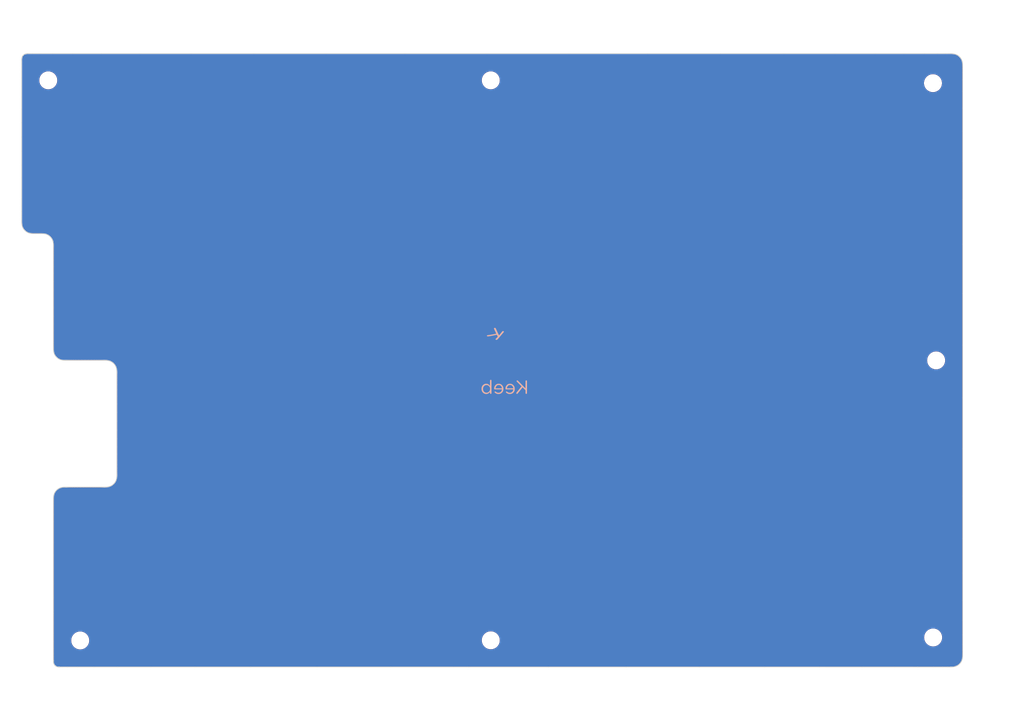
<source format=kicad_pcb>
(kicad_pcb (version 20221018) (generator pcbnew)
  (layers (0 "F.Cu" signal) (31 "B.Cu" signal) (34 "B.Paste" user) (35 "F.Paste" user) (36 "B.SilkS" user "B.Silkscreen") (37 "F.SilkS" user "F.Silkscreen") (38 "B.Mask" user) (39 "F.Mask" user) (44 "Edge.Cuts" user))
  (net 0 "")
  (footprint "Mounting_Holes:MountingHole_2.2mm_M2" (layer "B.Cu") (at 23.55 37.1)
    (fp_text reference "REF**" hide)
    (fp_text value "MountingHole_2.2mm_M2" hide)
    (pad "" np_thru_hole circle (at 0 0) (size 2.2 2.2) (drill 2.2) (layers "*.Cu" "*.Mask"))
  )
  (footprint "Mounting_Holes:MountingHole_2.2mm_M2" (layer "B.Cu") (at 90.025 37.1)
    (fp_text reference "REF**" hide)
    (fp_text value "MountingHole_2.2mm_M2" hide)
    (pad "" np_thru_hole circle (at 0 0) (size 2.2 2.2) (drill 2.2) (layers "*.Cu" "*.Mask"))
  )
  (footprint "Mounting_Holes:MountingHole_2.2mm_M2" (layer "B.Cu") (at 156.45 37.525)
    (fp_text reference "REF**" hide)
    (fp_text value "MountingHole_2.2mm_M2" hide)
    (pad "" np_thru_hole circle (at 0 0) (size 2.2 2.2) (drill 2.2) (layers "*.Cu" "*.Mask"))
  )
  (footprint "Mounting_Holes:MountingHole_2.2mm_M2" (layer "B.Cu") (at 156.925 79.2)
    (fp_text reference "REF**" hide)
    (fp_text value "MountingHole_2.2mm_M2" hide)
    (pad "" np_thru_hole circle (at 0 0) (size 2.2 2.2) (drill 2.2) (layers "*.Cu" "*.Mask"))
  )
  (footprint "Mounting_Holes:MountingHole_2.2mm_M2" (layer "B.Cu") (at 156.475 120.85)
    (fp_text reference "REF**" hide)
    (fp_text value "MountingHole_2.2mm_M2" hide)
    (pad "" np_thru_hole circle (at 0 0) (size 2.2 2.2) (drill 2.2) (layers "*.Cu" "*.Mask"))
  )
  (footprint "Mounting_Holes:MountingHole_2.2mm_M2" (layer "B.Cu") (at 90.025 121.275)
    (fp_text reference "REF**" hide)
    (fp_text value "MountingHole_2.2mm_M2" hide)
    (pad "" np_thru_hole circle (at 0 0) (size 2.2 2.2) (drill 2.2) (layers "*.Cu" "*.Mask"))
  )
  (footprint "Mounting_Holes:MountingHole_2.2mm_M2" (layer "B.Cu") (at 28.35 121.3)
    (fp_text reference "REF**" hide)
    (fp_text value "MountingHole_2.2mm_M2" hide)
    (pad "" np_thru_hole circle (at 0 0) (size 2.2 2.2) (drill 2.2) (layers "*.Cu" "*.Mask"))
  )
  (footprint "Keebio-Art:Keebio-TwoTone" (layer "B.Cu") (at 90.7 78.575 180)
    (fp_text reference "G***" hide)
    (fp_text value "LOGO" hide)
  )
  (gr_line (start 26.229693 79.191668) (end 26.173546 79.191668) (stroke (width 0.1)) (layer "Edge.Cuts"))
  (gr_line (start 21.550934 60.141668) (end 21.520819 60.141668) (stroke (width 0.1)) (layer "Edge.Cuts"))
  (gr_line (start 24.353882 124.699706) (end 24.34132 124.640209) (stroke (width 0.1)) (layer "Edge.Cuts"))
  (gr_line (start 27.946334 125.291701) (end 26.441532 125.291688) (stroke (width 0.1)) (layer "Edge.Cuts"))
  (gr_line (start 21.309162 60.141461) (end 21.223005 60.139829) (stroke (width 0.1)) (layer "Edge.Cuts"))
  (gr_line (start 19.643671 33.541078) (end 19.675385 33.482549) (stroke (width 0.1)) (layer "Edge.Cuts"))
  (gr_line (start 22.332678 60.141668) (end 22.305407 60.141668) (stroke (width 0.1)) (layer "Edge.Cuts"))
  (gr_line (start 22.501951 60.141668) (end 22.444257 60.141668) (stroke (width 0.1)) (layer "Edge.Cuts"))
  (gr_line (start 24.34896 77.816911) (end 24.335633 77.704799) (stroke (width 0.1)) (layer "Edge.Cuts"))
  (gr_line (start 33.829934 96.807295) (end 33.840136 96.698859) (stroke (width 0.1)) (layer "Edge.Cuts"))
  (gr_line (start 160.911855 121.891201) (end 160.911855 122.76438) (stroke (width 0.1)) (layer "Edge.Cuts"))
  (gr_line (start 33.848056 81.026352) (end 33.847961 80.956946) (stroke (width 0.1)) (layer "Edge.Cuts"))
  (gr_line (start 26.408884 98.241668) (end 26.522698 98.241668) (stroke (width 0.1)) (layer "Edge.Cuts"))
  (gr_line (start 22.362793 60.141668) (end 22.332678 60.141668) (stroke (width 0.1)) (layer "Edge.Cuts"))
  (gr_line (start 24.905578 78.822623) (end 24.804367 78.730964) (stroke (width 0.1)) (layer "Edge.Cuts"))
  (gr_line (start 19.560556 56.813655) (end 19.560556 55.995273) (stroke (width 0.1)) (layer "Edge.Cuts"))
  (gr_line (start 31.994671 79.191668) (end 31.938708 79.191668) (stroke (width 0.1)) (layer "Edge.Cuts"))
  (gr_line (start 33.75531 97.16251) (end 33.789046 97.041357) (stroke (width 0.1)) (layer "Edge.Cuts"))
  (gr_line (start 33.834967 80.673181) (end 33.821325 80.560756) (stroke (width 0.1)) (layer "Edge.Cuts"))
  (gr_line (start 32.288242 98.234922) (end 32.395404 98.225611) (stroke (width 0.1)) (layer "Edge.Cuts"))
  (gr_line (start 26.678432 98.241668) (end 26.887363 98.241668) (stroke (width 0.1)) (layer "Edge.Cuts"))
  (gr_line (start 25.43406 98.324573) (end 25.554905 98.293443) (stroke (width 0.1)) (layer "Edge.Cuts"))
  (gr_line (start 24.32306 100.041791) (end 24.323547 99.964798) (stroke (width 0.1)) (layer "Edge.Cuts"))
  (gr_line (start 33.848056 96.300572) (end 33.848056 96.194481) (stroke (width 0.1)) (layer "Edge.Cuts"))
  (gr_line (start 24.710905 78.631307) (end 24.626361 78.524819) (stroke (width 0.1)) (layer "Edge.Cuts"))
  (gr_line (start 160.911855 84.805269) (end 160.911855 92.468475) (stroke (width 0.1)) (layer "Edge.Cuts"))
  (gr_line (start 33.821325 80.560756) (end 33.800488 80.44314) (stroke (width 0.1)) (layer "Edge.Cuts"))
  (gr_line (start 31.771584 98.241668) (end 31.852347 98.241668) (stroke (width 0.1)) (layer "Edge.Cuts"))
  (gr_line (start 25.013371 78.905116) (end 24.905578 78.822623) (stroke (width 0.1)) (layer "Edge.Cuts"))
  (gr_line (start 20.369685 33.093563) (end 20.416064 33.092064) (stroke (width 0.1)) (layer "Edge.Cuts"))
  (gr_line (start 21.018657 60.126199) (end 20.904938 60.111152) (stroke (width 0.1)) (layer "Edge.Cuts"))
  (gr_line (start 45.558286 125.291864) (end 38.960013 125.291803) (stroke (width 0.1)) (layer "Edge.Cuts"))
  (gr_line (start 24.314759 61.67933) (end 24.304282 61.570522) (stroke (width 0.1)) (layer "Edge.Cuts"))
  (gr_line (start 19.560556 45.606655) (end 19.560556 43.47957) (stroke (width 0.1)) (layer "Edge.Cuts"))
  (gr_line (start 24.323056 77.206204) (end 24.323056 77.073763) (stroke (width 0.1)) (layer "Edge.Cuts"))
  (gr_line (start 24.323056 120.286255) (end 24.323056 118.692913) (stroke (width 0.1)) (layer "Edge.Cuts"))
  (gr_line (start 19.712746 33.426275) (end 19.755168 33.372842) (stroke (width 0.1)) (layer "Edge.Cuts"))
  (gr_line (start 24.323056 100.188452) (end 24.323056 100.106804) (stroke (width 0.1)) (layer "Edge.Cuts"))
  (gr_line (start 24.323056 62.078678) (end 24.323056 62.00876) (stroke (width 0.1)) (layer "Edge.Cuts"))
  (gr_line (start 19.560556 54.901579) (end 19.560556 53.491396) (stroke (width 0.1)) (layer "Edge.Cuts"))
  (gr_line (start 26.107969 79.191643) (end 26.028026 79.190879) (stroke (width 0.1)) (layer "Edge.Cuts"))
  (gr_line (start 24.323056 106.517645) (end 24.323056 104.816313) (stroke (width 0.1)) (layer "Edge.Cuts"))
  (gr_line (start 24.33274 124.582715) (end 24.327383 124.528336) (stroke (width 0.1)) (layer "Edge.Cuts"))
  (gr_line (start 24.323056 124.364104) (end 24.323056 124.34031) (stroke (width 0.1)) (layer "Edge.Cuts"))
  (gr_line (start 158.680953 125.292909) (end 157.91962 125.292902) (stroke (width 0.1)) (layer "Edge.Cuts"))
  (gr_line (start 19.906937 33.235452) (end 19.963741 33.199245) (stroke (width 0.1)) (layer "Edge.Cuts"))
  (gr_line (start 160.852844 124.092605) (end 160.819108 124.213759) (stroke (width 0.1)) (layer "Edge.Cuts"))
  (gr_line (start 24.422906 124.879127) (end 24.39399 124.820249) (stroke (width 0.1)) (layer "Edge.Cuts"))
  (gr_line (start 22.660607 60.143507) (end 22.57445 60.141875) (stroke (width 0.1)) (layer "Edge.Cuts"))
  (gr_line (start 24.323056 64.169758) (end 24.323056 63.484859) (stroke (width 0.1)) (layer "Edge.Cuts"))
  (gr_line (start 24.323056 124.29564) (end 24.323056 124.295011) (stroke (width 0.1)) (layer "Edge.Cuts"))
  (gr_line (start 159.933893 125.163671) (end 159.81278 125.206409) (stroke (width 0.1)) (layer "Edge.Cuts"))
  (gr_line (start 24.323056 62.347398) (end 24.323056 62.182398) (stroke (width 0.1)) (layer "Edge.Cuts"))
  (gr_line (start 121.349819 125.292564) (end 110.362558 125.292463) (stroke (width 0.1)) (layer "Edge.Cuts"))
  (gr_line (start 24.323056 118.692913) (end 24.323056 116.838652) (stroke (width 0.1)) (layer "Edge.Cuts"))
  (gr_line (start 28.862923 98.241668) (end 29.356594 98.241668) (stroke (width 0.1)) (layer "Edge.Cuts"))
  (gr_line (start 19.675385 33.482549) (end 19.712746 33.426275) (stroke (width 0.1)) (layer "Edge.Cuts"))
  (gr_line (start 22.105287 60.141668) (end 22.042482 60.141668) (stroke (width 0.1)) (layer "Edge.Cuts"))
  (gr_line (start 160.052944 125.108867) (end 159.933893 125.163671) (stroke (width 0.1)) (layer "Edge.Cuts"))
  (gr_line (start 28.377724 98.241668) (end 28.862923 98.241668) (stroke (width 0.1)) (layer "Edge.Cuts"))
  (gr_line (start 24.323056 124.277166) (end 24.323056 124.203383) (stroke (width 0.1)) (layer "Edge.Cuts"))
  (gr_line (start 22.208934 60.141668) (end 22.161624 60.141668) (stroke (width 0.1)) (layer "Edge.Cuts"))
  (gr_line (start 19.560556 34.013968) (end 19.560595 33.979321) (stroke (width 0.1)) (layer "Edge.Cuts"))
  (gr_line (start 160.911855 38.761405) (end 160.911855 41.279153) (stroke (width 0.1)) (layer "Edge.Cuts"))
  (gr_line (start 160.911854 123.486001) (end 160.911471 123.561598) (stroke (width 0.1)) (layer "Edge.Cuts"))
  (gr_line (start 24.324489 124.478187) (end 24.323301 124.43338) (stroke (width 0.1)) (layer "Edge.Cuts"))
  (gr_line (start 26.325716 98.241668) (end 26.408884 98.241668) (stroke (width 0.1)) (layer "Edge.Cuts"))
  (gr_line (start 22.398929 60.141668) (end 22.362793 60.141668) (stroke (width 0.1)) (layer "Edge.Cuts"))
  (gr_line (start 30.294186 98.241668) (end 30.700529 98.241668) (stroke (width 0.1)) (layer "Edge.Cuts"))
  (gr_line (start 29.356594 98.241668) (end 29.839945 98.241668) (stroke (width 0.1)) (layer "Edge.Cuts"))
  (gr_line (start 33.847672 96.510354) (end 33.848055 96.434757) (stroke (width 0.1)) (layer "Edge.Cuts"))
  (gr_line (start 24.323547 99.964798) (end 24.325933 99.874843) (stroke (width 0.1)) (layer "Edge.Cuts"))
  (gr_line (start 24.52352 99.069903) (end 24.593324 98.955694) (stroke (width 0.1)) (layer "Edge.Cuts"))
  (gr_line (start 25.832919 79.181156) (end 25.722226 79.169149) (stroke (width 0.1)) (layer "Edge.Cuts"))
  (gr_line (start 33.848056 81.089526) (end 33.848056 81.026352) (stroke (width 0.1)) (layer "Edge.Cuts"))
  (gr_line (start 25.153371 125.290828) (end 25.10502 125.288637) (stroke (width 0.1)) (layer "Edge.Cuts"))
  (gr_line (start 19.560556 34.326723) (end 19.560556 34.14691) (stroke (width 0.1)) (layer "Edge.Cuts"))
  (gr_line (start 86.730226 125.292244) (end 74.994157 125.292136) (stroke (width 0.1)) (layer "Edge.Cuts"))
  (gr_line (start 156.482888 125.292889) (end 154.141628 125.292867) (stroke (width 0.1)) (layer "Edge.Cuts"))
  (gr_line (start 24.323056 73.739075) (end 24.323056 72.585814) (stroke (width 0.1)) (layer "Edge.Cuts"))
  (gr_line (start 22.288287 33.091668) (end 24.22849 33.091668) (stroke (width 0.1)) (layer "Edge.Cuts"))
  (gr_line (start 54.445157 33.091668) (end 65.311784 33.091668) (stroke (width 0.1)) (layer "Edge.Cuts"))
  (gr_line (start 23.976583 60.751874) (end 23.887216 60.648824) (stroke (width 0.1)) (layer "Edge.Cuts"))
  (gr_line (start 160.168315 125.042032) (end 160.052944 125.108867) (stroke (width 0.1)) (layer "Edge.Cuts"))
  (gr_line (start 23.887216 60.648824) (end 23.789543 60.553217) (stroke (width 0.1)) (layer "Edge.Cuts"))
  (gr_line (start 26.287466 79.191668) (end 26.229693 79.191668) (stroke (width 0.1)) (layer "Edge.Cuts"))
  (gr_line (start 32.443289 79.21345) (end 32.332937 79.201738) (stroke (width 0.1)) (layer "Edge.Cuts"))
  (gr_line (start 159.623327 33.131881) (end 159.743219 33.158557) (stroke (width 0.1)) (layer "Edge.Cuts"))
  (gr_line (start 160.102647 33.302799) (end 160.21609 33.374419) (stroke (width 0.1)) (layer "Edge.Cuts"))
  (gr_line (start 24.398499 78.054805) (end 24.369407 77.934325) (stroke (width 0.1)) (layer "Edge.Cuts"))
  (gr_line (start 160.794932 34.101272) (end 160.834731 34.222565) (stroke (width 0.1)) (layer "Edge.Cuts"))
  (gr_line (start 33.653843 97.401964) (end 33.710682 97.283431) (stroke (width 0.1)) (layer "Edge.Cuts"))
  (gr_line (start 24.304282 61.570522) (end 24.28741 61.45535) (stroke (width 0.1)) (layer "Edge.Cuts"))
  (gr_line (start 21.84113 60.141668) (end 21.778325 60.141668) (stroke (width 0.1)) (layer "Edge.Cuts"))
  (gr_line (start 31.580295 79.191668) (end 31.400677 79.191668) (stroke (width 0.1)) (layer "Edge.Cuts"))
  (gr_line (start 77.131342 33.091667) (end 89.433152 33.091667) (stroke (width 0.1)) (layer "Edge.Cuts"))
  (gr_line (start 23.218022 60.226363) (end 23.097108 60.194752) (stroke (width 0.1)) (layer "Edge.Cuts"))
  (gr_line (start 160.911855 34.926799) (end 160.911855 35.032885) (stroke (width 0.1)) (layer "Edge.Cuts"))
  (gr_line (start 160.885124 34.460755) (end 160.898766 34.57318) (stroke (width 0.1)) (layer "Edge.Cuts"))
  (gr_line (start 24.323056 121.557308) (end 24.323056 120.286255) (stroke (width 0.1)) (layer "Edge.Cuts"))
  (gr_line (start 33.840136 96.698859) (end 33.84554 96.599133) (stroke (width 0.1)) (layer "Edge.Cuts"))
  (gr_line (start 160.877211 123.973454) (end 160.852844 124.092605) (stroke (width 0.1)) (layer "Edge.Cuts"))
  (gr_line (start 24.323133 77.422633) (end 24.323056 77.353913) (stroke (width 0.1)) (layer "Edge.Cuts"))
  (gr_line (start 158.996018 125.292912) (end 158.680953 125.292909) (stroke (width 0.1)) (layer "Edge.Cuts"))
  (gr_line (start 24.323056 77.353913) (end 24.323056 77.290428) (stroke (width 0.1)) (layer "Edge.Cuts"))
  (gr_line (start 160.717639 124.453214) (end 160.648938 124.567868) (stroke (width 0.1)) (layer "Edge.Cuts"))
  (gr_line (start 157.130183 33.091667) (end 158.289981 33.091667) (stroke (width 0.1)) (layer "Edge.Cuts"))
  (gr_line (start 24.384944 99.430115) (end 24.419684 99.308885) (stroke (width 0.1)) (layer "Edge.Cuts"))
  (gr_line (start 33.104525 97.990781) (end 33.215037 97.913056) (stroke (width 0.1)) (layer "Edge.Cuts"))
  (gr_line (start 160.911855 35.317473) (end 160.911855 35.93248) (stroke (width 0.1)) (layer "Edge.Cuts"))
  (gr_line (start 29.564966 79.191668) (end 29.073397 79.191668) (stroke (width 0.1)) (layer "Edge.Cuts"))
  (gr_line (start 150.66671 125.292835) (end 145.829002 125.29279) (stroke (width 0.1)) (layer "Edge.Cuts"))
  (gr_line (start 160.911855 111.184373) (end 160.911855 115.247026) (stroke (width 0.1)) (layer "Edge.Cuts"))
  (gr_line (start 160.911855 115.247026) (end 160.911855 118.284439) (stroke (width 0.1)) (layer "Edge.Cuts"))
  (gr_line (start 19.996396 59.634512) (end 19.907029 59.531462) (stroke (width 0.1)) (layer "Edge.Cuts"))
  (gr_line (start 24.323056 114.805305) (end 24.323056 112.6747) (stroke (width 0.1)) (layer "Edge.Cuts"))
  (gr_line (start 31.306976 98.241668) (end 31.510174 98.241668) (stroke (width 0.1)) (layer "Edge.Cuts"))
  (gr_line (start 33.800488 80.44314) (end 33.770932 80.322567) (stroke (width 0.1)) (layer "Edge.Cuts"))
  (gr_line (start 33.848056 82.245767) (end 33.848056 81.810876) (stroke (width 0.1)) (layer "Edge.Cuts"))
  (gr_line (start 159.459188 125.276859) (end 159.352025 125.286169) (stroke (width 0.1)) (layer "Edge.Cuts"))
  (gr_line (start 20.262621 33.102967) (end 20.318164 33.096943) (stroke (width 0.1)) (layer "Edge.Cuts"))
  (gr_line (start 27.160764 98.241668) (end 27.507899 98.241668) (stroke (width 0.1)) (layer "Edge.Cuts"))
  (gr_line (start 24.323056 123.72313) (end 24.323056 123.23483) (stroke (width 0.1)) (layer "Edge.Cuts"))
  (gr_line (start 24.323056 116.838652) (end 24.323056 114.805305) (stroke (width 0.1)) (layer "Edge.Cuts"))
  (gr_line (start 24.327902 77.600225) (end 24.324243 77.505424) (stroke (width 0.1)) (layer "Edge.Cuts"))
  (gr_line (start 26.760324 79.191668) (end 26.583295 79.191668) (stroke (width 0.1)) (layer "Edge.Cuts"))
  (gr_line (start 24.673712 98.84665) (end 24.763515 98.743938) (stroke (width 0.1)) (layer "Edge.Cuts"))
  (gr_line (start 24.323058 124.39503) (end 24.323056 124.364104) (stroke (width 0.1)) (layer "Edge.Cuts"))
  (gr_line (start 33.319523 97.825609) (end 33.416814 97.729608) (stroke (width 0.1)) (layer "Edge.Cuts"))
  (gr_line (start 32.030163 98.241668) (end 32.103386 98.241426) (stroke (width 0.1)) (layer "Edge.Cuts"))
  (gr_line (start 160.911855 35.93248) (end 160.911855 37.029819) (stroke (width 0.1)) (layer "Edge.Cuts"))
  (gr_line (start 21.223005 60.139829) (end 21.125424 60.13525) (stroke (width 0.1)) (layer "Edge.Cuts"))
  (gr_line (start 33.848056 87.001093) (end 33.848056 85.737707) (stroke (width 0.1)) (layer "Edge.Cuts"))
  (gr_line (start 160.911855 105.952659) (end 160.911855 111.184373) (stroke (width 0.1)) (layer "Edge.Cuts"))
  (gr_line (start 22.042482 60.141668) (end 21.975796 60.141668) (stroke (width 0.1)) (layer "Edge.Cuts"))
  (gr_line (start 24.323056 124.203383) (end 24.323056 124.032343) (stroke (width 0.1)) (layer "Edge.Cuts"))
  (gr_line (start 22.161624 60.141668) (end 22.105287 60.141668) (stroke (width 0.1)) (layer "Edge.Cuts"))
  (gr_line (start 160.898766 34.57318) (end 160.906736 34.678177) (stroke (width 0.1)) (layer "Edge.Cuts"))
  (gr_line (start 24.591286 125.088916) (end 24.542447 125.041491) (stroke (width 0.1)) (layer "Edge.Cuts"))
  (gr_line (start 33.361939 79.647667) (end 33.260377 79.556432) (stroke (width 0.1)) (layer "Edge.Cuts"))
  (gr_line (start 25.36442 79.086261) (end 25.244029 79.037929) (stroke (width 0.1)) (layer "Edge.Cuts"))
  (gr_line (start 19.75788 59.307703) (end 19.700433 59.189332) (stroke (width 0.1)) (layer "Edge.Cuts"))
  (gr_line (start 152.065648 33.091667) (end 155.134479 33.091667) (stroke (width 0.1)) (layer "Edge.Cuts"))
  (gr_line (start 24.99554 125.276924) (end 24.936637 125.265885) (stroke (width 0.1)) (layer "Edge.Cuts"))
  (gr_line (start 160.911855 92.468475) (end 160.911855 99.617628) (stroke (width 0.1)) (layer "Edge.Cuts"))
  (gr_line (start 26.075565 98.241844) (end 26.147338 98.241668) (stroke (width 0.1)) (layer "Edge.Cuts"))
  (gr_line (start 24.34132 124.640209) (end 24.33274 124.582715) (stroke (width 0.1)) (layer "Edge.Cuts"))
  (gr_line (start 33.848056 96.37151) (end 33.848056 96.300572) (stroke (width 0.1)) (layer "Edge.Cuts"))
  (gr_line (start 23.684734 60.466221) (end 23.573955 60.389004) (stroke (width 0.1)) (layer "Edge.Cuts"))
  (gr_line (start 30.382224 125.291724) (end 27.946334 125.291701) (stroke (width 0.1)) (layer "Edge.Cuts"))
  (gr_line (start 160.911855 118.284439) (end 160.911855 120.448525) (stroke (width 0.1)) (layer "Edge.Cuts"))
  (gr_line (start 19.560556 41.453736) (end 19.560556 39.610958) (stroke (width 0.1)) (layer "Edge.Cuts"))
  (gr_line (start 26.452992 79.191668) (end 26.358141 79.191668) (stroke (width 0.1)) (layer "Edge.Cuts"))
  (gr_line (start 160.910559 34.773511) (end 160.91176 34.856944) (stroke (width 0.1)) (layer "Edge.Cuts"))
  (gr_line (start 33.848056 85.737707) (end 33.848056 84.591401) (stroke (width 0.1)) (layer "Edge.Cuts"))
  (gr_line (start 19.620994 58.947287) (end 19.596202 58.827986) (stroke (width 0.1)) (layer "Edge.Cuts"))
  (gr_line (start 24.323301 124.43338) (end 24.323058 124.39503) (stroke (width 0.1)) (layer "Edge.Cuts"))
  (gr_line (start 21.605803 60.141668) (end 21.578205 60.141668) (stroke (width 0.1)) (layer "Edge.Cuts"))
  (gr_line (start 33.455809 79.746959) (end 33.361939 79.647667) (stroke (width 0.1)) (layer "Edge.Cuts"))
  (gr_line (start 24.626361 78.524819) (end 24.551903 78.412668) (stroke (width 0.1)) (layer "Edge.Cuts"))
  (gr_line (start 157.91962 125.292902) (end 156.482888 125.292889) (stroke (width 0.1)) (layer "Edge.Cuts"))
  (gr_line (start 24.323056 124.294607) (end 24.323056 124.277166) (stroke (width 0.1)) (layer "Edge.Cuts"))
  (gr_line (start 45.002139 33.091668) (end 54.445157 33.091668) (stroke (width 0.1)) (layer "Edge.Cuts"))
  (gr_line (start 24.551903 78.412668) (end 24.488699 78.296024) (stroke (width 0.1)) (layer "Edge.Cuts"))
  (gr_line (start 33.260377 79.556432) (end 33.152291 79.47442) (stroke (width 0.1)) (layer "Edge.Cuts"))
  (gr_line (start 160.21609 33.374419) (end 160.324176 33.45643) (stroke (width 0.1)) (layer "Edge.Cuts"))
  (gr_line (start 21.975796 60.141668) (end 21.907816 60.141668) (stroke (width 0.1)) (layer "Edge.Cuts"))
  (gr_line (start 24.323056 76.112361) (end 24.323056 75.512274) (stroke (width 0.1)) (layer "Edge.Cuts"))
  (gr_line (start 74.994157 125.292136) (end 63.917485 125.292034) (stroke (width 0.1)) (layer "Edge.Cuts"))
  (gr_line (start 26.147338 98.241668) (end 26.206218 98.241668) (stroke (width 0.1)) (layer "Edge.Cuts"))
  (gr_line (start 24.876445 125.250378) (end 24.816076 125.229645) (stroke (width 0.1)) (layer "Edge.Cuts"))
  (gr_line (start 160.911855 122.76438) (end 160.911855 123.219977) (stroke (width 0.1)) (layer "Edge.Cuts"))
  (gr_line (start 20.309657 59.894332) (end 20.198878 59.817115) (stroke (width 0.1)) (layer "Edge.Cuts"))
  (gr_line (start 33.848056 81.810876) (end 33.848056 81.505285) (stroke (width 0.1)) (layer "Edge.Cuts"))
  (gr_line (start 24.323056 62.971151) (end 24.323056 62.601157) (stroke (width 0.1)) (layer "Edge.Cuts"))
  (gr_line (start 24.369407 77.934325) (end 24.34896 77.816911) (stroke (width 0.1)) (layer "Edge.Cuts"))
  (gr_line (start 22.57445 60.141875) (end 22.501951 60.141668) (stroke (width 0.1)) (layer "Edge.Cuts"))
  (gr_line (start 26.522698 98.241668) (end 26.678432 98.241668) (stroke (width 0.1)) (layer "Edge.Cuts"))
  (gr_line (start 19.561152 33.937779) (end 19.562988 33.890211) (stroke (width 0.1)) (layer "Edge.Cuts"))
  (gr_line (start 26.028026 79.190879) (end 25.935598 79.187891) (stroke (width 0.1)) (layer "Edge.Cuts"))
  (gr_line (start 24.323056 71.317991) (end 24.323056 69.986802) (stroke (width 0.1)) (layer "Edge.Cuts"))
  (gr_line (start 28.582289 79.191668) (end 28.110434 79.191668) (stroke (width 0.1)) (layer "Edge.Cuts"))
  (gr_line (start 19.560556 38.033039) (end 19.560556 36.777989) (stroke (width 0.1)) (layer "Edge.Cuts"))
  (gr_line (start 24.323056 124.302394) (end 24.323056 124.297789) (stroke (width 0.1)) (layer "Edge.Cuts"))
  (gr_line (start 33.540819 79.853138) (end 33.455809 79.746959) (stroke (width 0.1)) (layer "Edge.Cuts"))
  (gr_line (start 26.358141 79.191668) (end 26.287466 79.191668) (stroke (width 0.1)) (layer "Edge.Cuts"))
  (gr_line (start 160.911855 76.928078) (end 160.911855 84.805269) (stroke (width 0.1)) (layer "Edge.Cuts"))
  (gr_line (start 24.323056 101.536179) (end 24.323056 100.960487) (stroke (width 0.1)) (layer "Edge.Cuts"))
  (gr_line (start 19.560556 57.795609) (end 19.560556 57.399506) (stroke (width 0.1)) (layer "Edge.Cuts"))
  (gr_line (start 24.323056 100.106804) (end 24.32306 100.041791) (stroke (width 0.1)) (layer "Edge.Cuts"))
  (gr_line (start 154.141628 125.292867) (end 150.66671 125.292835) (stroke (width 0.1)) (layer "Edge.Cuts"))
  (gr_line (start 158.851089 33.091667) (end 159.050729 33.091667) (stroke (width 0.1)) (layer "Edge.Cuts"))
  (gr_line (start 24.322621 61.868906) (end 24.320364 61.779536) (stroke (width 0.1)) (layer "Edge.Cuts"))
  (gr_line (start 23.33918 60.268542) (end 23.218022 60.226363) (stroke (width 0.1)) (layer "Edge.Cuts"))
  (gr_line (start 24.804367 78.730964) (end 24.710905 78.631307) (stroke (width 0.1)) (layer "Edge.Cuts"))
  (gr_line (start 63.917485 125.292034) (end 53.954713 125.291942) (stroke (width 0.1)) (layer "Edge.Cuts"))
  (gr_line (start 21.778325 60.141668) (end 21.721988 60.141668) (stroke (width 0.1)) (layer "Edge.Cuts"))
  (gr_line (start 22.758188 60.148086) (end 22.660607 60.143507) (stroke (width 0.1)) (layer "Edge.Cuts"))
  (gr_line (start 28.110434 79.191668) (end 27.676621 79.191668) (stroke (width 0.1)) (layer "Edge.Cuts"))
  (gr_line (start 30.474331 79.191668) (end 30.038208 79.191668) (stroke (width 0.1)) (layer "Edge.Cuts"))
  (gr_line (start 20.094069 59.730119) (end 19.996396 59.634512) (stroke (width 0.1)) (layer "Edge.Cuts"))
  (gr_line (start 160.911855 55.013297) (end 160.911855 61.732023) (stroke (width 0.1)) (layer "Edge.Cuts"))
  (gr_line (start 24.861566 98.648727) (end 24.966697 98.562185) (stroke (width 0.1)) (layer "Edge.Cuts"))
  (gr_line (start 22.864955 60.157137) (end 22.758188 60.148086) (stroke (width 0.1)) (layer "Edge.Cuts"))
  (gr_line (start 159.202643 33.092378) (end 159.294509 33.095221) (stroke (width 0.1)) (layer "Edge.Cuts"))
  (gr_line (start 24.323056 124.032343) (end 24.323056 123.72313) (stroke (width 0.1)) (layer "Edge.Cuts"))
  (gr_line (start 33.848056 94.869021) (end 33.848056 94.174993) (stroke (width 0.1)) (layer "Edge.Cuts"))
  (gr_line (start 24.359724 99.549561) (end 24.384944 99.430115) (stroke (width 0.1)) (layer "Edge.Cuts"))
  (gr_line (start 19.560556 58.273254) (end 19.560556 58.189701) (stroke (width 0.1)) (layer "Edge.Cuts"))
  (gr_line (start 24.323056 66.125003) (end 24.323056 65.052312) (stroke (width 0.1)) (layer "Edge.Cuts"))
  (gr_line (start 32.103386 98.241426) (end 32.190157 98.239686) (stroke (width 0.1)) (layer "Edge.Cuts"))
  (gr_line (start 19.560556 57.399506) (end 19.560556 56.813655) (stroke (width 0.1)) (layer "Edge.Cuts"))
  (gr_line (start 32.921218 79.342741) (end 32.800728 79.295004) (stroke (width 0.1)) (layer "Edge.Cuts"))
  (gr_line (start 24.323056 108.44904) (end 24.323056 106.517645) (stroke (width 0.1)) (layer "Edge.Cuts"))
  (gr_line (start 160.903935 123.750105) (end 160.893733 123.858542) (stroke (width 0.1)) (layer "Edge.Cuts"))
  (gr_line (start 21.484683 60.141668) (end 21.439355 60.141668) (stroke (width 0.1)) (layer "Edge.Cuts"))
  (gr_line (start 33.848056 93.282354) (end 33.848056 92.201511) (stroke (width 0.1)) (layer "Edge.Cuts"))
  (gr_line (start 160.906736 34.678177) (end 160.910559 34.773511) (stroke (width 0.1)) (layer "Edge.Cuts"))
  (gr_line (start 31.970361 98.241668) (end 32.030163 98.241668) (stroke (width 0.1)) (layer "Edge.Cuts"))
  (gr_line (start 19.560556 55.995273) (end 19.560556 54.901579) (stroke (width 0.1)) (layer "Edge.Cuts"))
  (gr_line (start 25.935598 79.187891) (end 25.832919 79.181156) (stroke (width 0.1)) (layer "Edge.Cuts"))
  (gr_line (start 22.305407 60.141668) (end 22.277809 60.141668) (stroke (width 0.1)) (layer "Edge.Cuts"))
  (gr_line (start 31.661285 98.241668) (end 31.771584 98.241668) (stroke (width 0.1)) (layer "Edge.Cuts"))
  (gr_line (start 32.230711 79.195223) (end 32.138844 79.19238) (stroke (width 0.1)) (layer "Edge.Cuts"))
  (gr_line (start 21.381661 60.141668) (end 21.309162 60.141461) (stroke (width 0.1)) (layer "Edge.Cuts"))
  (gr_line (start 53.954713 125.291942) (end 45.558286 125.291864) (stroke (width 0.1)) (layer "Edge.Cuts"))
  (gr_line (start 32.190157 98.239686) (end 32.288242 98.234922) (stroke (width 0.1)) (layer "Edge.Cuts"))
  (gr_line (start 24.323056 76.865628) (end 24.323056 76.55432) (stroke (width 0.1)) (layer "Edge.Cuts"))
  (gr_line (start 20.66559 60.056973) (end 20.544432 60.014794) (stroke (width 0.1)) (layer "Edge.Cuts"))
  (gr_line (start 19.827134 59.422136) (end 19.75788 59.307703) (stroke (width 0.1)) (layer "Edge.Cuts"))
  (gr_line (start 20.022675 33.16881) (end 20.083084 33.144558) (stroke (width 0.1)) (layer "Edge.Cuts"))
  (gr_line (start 24.324243 77.505424) (end 24.323133 77.422633) (stroke (width 0.1)) (layer "Edge.Cuts"))
  (gr_line (start 26.995355 79.191668) (end 26.760324 79.191668) (stroke (width 0.1)) (layer "Edge.Cuts"))
  (gr_line (start 21.176853 33.091668) (end 22.288287 33.091668) (stroke (width 0.1)) (layer "Edge.Cuts"))
  (gr_line (start 25.63963 125.29168) (end 25.312443 125.291677) (stroke (width 0.1)) (layer "Edge.Cuts"))
  (gr_line (start 32.989155 98.057616) (end 33.104525 97.990781) (stroke (width 0.1)) (layer "Edge.Cuts"))
  (gr_line (start 33.813412 96.922207) (end 33.829934 96.807295) (stroke (width 0.1)) (layer "Edge.Cuts"))
  (gr_line (start 24.698961 125.17023) (end 24.643651 125.132022) (stroke (width 0.1)) (layer "Edge.Cuts"))
  (gr_line (start 160.519608 33.646957) (end 160.604618 33.753137) (stroke (width 0.1)) (layer "Edge.Cuts"))
  (gr_line (start 23.458376 60.322735) (end 23.33918 60.268542) (stroke (width 0.1)) (layer "Edge.Cuts"))
  (gr_line (start 159.396736 33.101737) (end 159.507087 33.113448) (stroke (width 0.1)) (layer "Edge.Cuts"))
  (gr_line (start 24.323056 72.585814) (end 24.323056 71.317991) (stroke (width 0.1)) (layer "Edge.Cuts"))
  (gr_line (start 19.560556 39.610958) (end 19.560556 38.033039) (stroke (width 0.1)) (layer "Edge.Cuts"))
  (gr_line (start 26.887363 98.241668) (end 27.160764 98.241668) (stroke (width 0.1)) (layer "Edge.Cuts"))
  (gr_line (start 24.331742 99.774161) (end 24.342498 99.664989) (stroke (width 0.1)) (layer "Edge.Cuts"))
  (gr_line (start 19.560556 58.044747) (end 19.560556 57.795609) (stroke (width 0.1)) (layer "Edge.Cuts"))
  (gr_line (start 24.323056 123.23483) (end 24.323056 122.526528) (stroke (width 0.1)) (layer "Edge.Cuts"))
  (gr_line (start 159.81278 125.206409) (end 159.691801 125.238503) (stroke (width 0.1)) (layer "Edge.Cuts"))
  (gr_line (start 160.569538 124.677473) (end 160.480608 124.78086) (stroke (width 0.1)) (layer "Edge.Cuts"))
  (gr_line (start 25.244029 79.037929) (end 25.126577 78.977274) (stroke (width 0.1)) (layer "Edge.Cuts"))
  (gr_line (start 20.786504 60.088584) (end 20.66559 60.056973) (stroke (width 0.1)) (layer "Edge.Cuts"))
  (gr_line (start 24.763515 98.743938) (end 24.861566 98.648727) (stroke (width 0.1)) (layer "Edge.Cuts"))
  (gr_line (start 20.416064 33.092064) (end 20.456177 33.09168) (stroke (width 0.1)) (layer "Edge.Cuts"))
  (gr_line (start 19.802065 33.322836) (end 19.85285 33.276844) (stroke (width 0.1)) (layer "Edge.Cuts"))
  (gr_line (start 23.789543 60.553217) (end 23.684734 60.466221) (stroke (width 0.1)) (layer "Edge.Cuts"))
  (gr_line (start 159.093945 125.292913) (end 158.996018 125.292912) (stroke (width 0.1)) (layer "Edge.Cuts"))
  (gr_line (start 160.911855 35.032885) (end 160.911855 35.317473) (stroke (width 0.1)) (layer "Edge.Cuts"))
  (gr_line (start 27.676621 79.191668) (end 27.299641 79.191668) (stroke (width 0.1)) (layer "Edge.Cuts"))
  (gr_line (start 24.323056 74.726581) (end 24.323056 73.739075) (stroke (width 0.1)) (layer "Edge.Cuts"))
  (gr_line (start 160.743385 33.981487) (end 160.794932 34.101272) (stroke (width 0.1)) (layer "Edge.Cuts"))
  (gr_line (start 124.525313 33.091667) (end 134.04935 33.091667) (stroke (width 0.1)) (layer "Edge.Cuts"))
  (gr_line (start 20.198878 59.817115) (end 20.094069 59.730119) (stroke (width 0.1)) (layer "Edge.Cuts"))
  (gr_line (start 160.911855 44.734978) (end 160.911855 49.280793) (stroke (width 0.1)) (layer "Edge.Cuts"))
  (gr_line (start 19.560558 58.338133) (end 19.560556 58.273254) (stroke (width 0.1)) (layer "Edge.Cuts"))
  (gr_line (start 20.425236 59.960601) (end 20.309657 59.894332) (stroke (width 0.1)) (layer "Edge.Cuts"))
  (gr_line (start 25.605755 79.150347) (end 25.485741 79.123226) (stroke (width 0.1)) (layer "Edge.Cuts"))
  (gr_line (start 145.829002 125.29279) (end 139.399376 125.292731) (stroke (width 0.1)) (layer "Edge.Cuts"))
  (gr_line (start 160.911855 99.617628) (end 160.911855 105.952659) (stroke (width 0.1)) (layer "Edge.Cuts"))
  (gr_line (start 155.134479 33.091667) (end 157.130183 33.091667) (stroke (width 0.1)) (layer "Edge.Cuts"))
  (gr_line (start 23.097108 60.194752) (end 22.978674 60.172185) (stroke (width 0.1)) (layer "Edge.Cuts"))
  (gr_line (start 27.233747 33.091668) (end 31.540339 33.091668) (stroke (width 0.1)) (layer "Edge.Cuts"))
  (gr_line (start 24.323056 68.643444) (end 24.323056 67.339112) (stroke (width 0.1)) (layer "Edge.Cuts"))
  (gr_line (start 25.10502 125.288637) (end 25.052039 125.284255) (stroke (width 0.1)) (layer "Edge.Cuts"))
  (gr_line (start 19.596202 58.827986) (end 19.57933 58.712814) (stroke (width 0.1)) (layer "Edge.Cuts"))
  (gr_line (start 30.854545 79.191668) (end 30.474331 79.191668) (stroke (width 0.1)) (layer "Edge.Cuts"))
  (gr_line (start 31.510174 98.241668) (end 31.661285 98.241668) (stroke (width 0.1)) (layer "Edge.Cuts"))
  (gr_line (start 159.864527 33.195002) (end 159.985017 33.24274) (stroke (width 0.1)) (layer "Edge.Cuts"))
  (gr_line (start 22.444257 60.141668) (end 22.398929 60.141668) (stroke (width 0.1)) (layer "Edge.Cuts"))
  (gr_line (start 160.911855 123.219977) (end 160.911855 123.409907) (stroke (width 0.1)) (layer "Edge.Cuts"))
  (gr_line (start 160.911471 123.561598) (end 160.909339 123.650378) (stroke (width 0.1)) (layer "Edge.Cuts"))
  (gr_line (start 19.907029 59.531462) (end 19.827134 59.422136) (stroke (width 0.1)) (layer "Edge.Cuts"))
  (gr_line (start 19.65523 59.068481) (end 19.620994 58.947287) (stroke (width 0.1)) (layer "Edge.Cuts"))
  (gr_line (start 24.335633 77.704799) (end 24.327902 77.600225) (stroke (width 0.1)) (layer "Edge.Cuts"))
  (gr_line (start 33.847961 80.956946) (end 33.846761 80.873512) (stroke (width 0.1)) (layer "Edge.Cuts"))
  (gr_line (start 24.228382 61.214855) (end 24.183179 61.094004) (stroke (width 0.1)) (layer "Edge.Cuts"))
  (gr_line (start 24.323056 76.55432) (end 24.323056 76.112361) (stroke (width 0.1)) (layer "Edge.Cuts"))
  (gr_line (start 24.323056 124.295011) (end 24.323056 124.294607) (stroke (width 0.1)) (layer "Edge.Cuts"))
  (gr_line (start 24.323056 62.182398) (end 24.323056 62.078678) (stroke (width 0.1)) (layer "Edge.Cuts"))
  (gr_line (start 19.598411 33.662115) (end 19.618111 33.601245) (stroke (width 0.1)) (layer "Edge.Cuts"))
  (gr_line (start 20.544432 60.014794) (end 20.425236 59.960601) (stroke (width 0.1)) (layer "Edge.Cuts"))
  (gr_line (start 24.323056 100.572498) (end 24.323056 100.329418) (stroke (width 0.1)) (layer "Edge.Cuts"))
  (gr_line (start 20.657907 33.091668) (end 21.176853 33.091668) (stroke (width 0.1)) (layer "Edge.Cuts"))
  (gr_line (start 32.059573 79.191686) (end 31.994671 79.191668) (stroke (width 0.1)) (layer "Edge.Cuts"))
  (gr_line (start 19.560556 34.056607) (end 19.560556 34.013968) (stroke (width 0.1)) (layer "Edge.Cuts"))
  (gr_line (start 160.648938 124.567868) (end 160.569538 124.677473) (stroke (width 0.1)) (layer "Edge.Cuts"))
  (gr_line (start 24.323056 75.512274) (end 24.323056 74.726581) (stroke (width 0.1)) (layer "Edge.Cuts"))
  (gr_line (start 24.966697 98.562185) (end 25.077738 98.485479) (stroke (width 0.1)) (layer "Edge.Cuts"))
  (gr_line (start 24.437758 78.176115) (end 24.398499 78.054805) (stroke (width 0.1)) (layer "Edge.Cuts"))
  (gr_line (start 27.507899 98.241668) (end 27.919786 98.241668) (stroke (width 0.1)) (layer "Edge.Cuts"))
  (gr_line (start 24.39399 124.820249) (end 24.371186 124.76009) (stroke (width 0.1)) (layer "Edge.Cuts"))
  (gr_line (start 24.125732 60.975633) (end 24.056478 60.8612) (stroke (width 0.1)) (layer "Edge.Cuts"))
  (gr_line (start 33.848056 90.981767) (end 33.848056 89.674319) (stroke (width 0.1)) (layer "Edge.Cuts"))
  (gr_line (start 33.038848 79.402801) (end 32.921218 79.342741) (stroke (width 0.1)) (layer "Edge.Cuts"))
  (gr_line (start 33.977388 125.291757) (end 30.382224 125.291724) (stroke (width 0.1)) (layer "Edge.Cuts"))
  (gr_line (start 19.618111 33.601245) (end 19.643671 33.541078) (stroke (width 0.1)) (layer "Edge.Cuts"))
  (gr_line (start 33.215037 97.913056) (end 33.319523 97.825609) (stroke (width 0.1)) (layer "Edge.Cuts"))
  (gr_line (start 160.909339 123.650378) (end 160.903935 123.750105) (stroke (width 0.1)) (layer "Edge.Cuts"))
  (gr_line (start 26.206218 98.241668) (end 26.261919 98.241668) (stroke (width 0.1)) (layer "Edge.Cuts"))
  (gr_line (start 31.400677 79.191668) (end 31.162502 79.191668) (stroke (width 0.1)) (layer "Edge.Cuts"))
  (gr_line (start 32.870105 98.112421) (end 32.989155 98.057616) (stroke (width 0.1)) (layer "Edge.Cuts"))
  (gr_line (start 31.914847 98.241668) (end 31.970361 98.241668) (stroke (width 0.1)) (layer "Edge.Cuts"))
  (gr_line (start 33.679586 80.081489) (end 33.6158 79.965037) (stroke (width 0.1)) (layer "Edge.Cuts"))
  (gr_line (start 30.700529 98.241668) (end 31.040416 98.241668) (stroke (width 0.1)) (layer "Edge.Cuts"))
  (gr_line (start 33.846761 80.873512) (end 33.842937 80.778178) (stroke (width 0.1)) (layer "Edge.Cuts"))
  (gr_line (start 25.554905 98.293443) (end 25.673159 98.271281) (stroke (width 0.1)) (layer "Edge.Cuts"))
  (gr_line (start 21.636903 60.141668) (end 21.605803 60.141668) (stroke (width 0.1)) (layer "Edge.Cuts"))
  (gr_line (start 19.560556 36.777989) (end 19.560556 35.821679) (stroke (width 0.1)) (layer "Edge.Cuts"))
  (gr_line (start 159.743219 33.158557) (end 159.864527 33.195002) (stroke (width 0.1)) (layer "Edge.Cuts"))
  (gr_line (start 19.568853 58.604006) (end 19.563248 58.5038) (stroke (width 0.1)) (layer "Edge.Cuts"))
  (gr_line (start 24.323056 77.290428) (end 24.323056 77.206204) (stroke (width 0.1)) (layer "Edge.Cuts"))
  (gr_line (start 25.312443 125.291677) (end 25.231784 125.291676) (stroke (width 0.1)) (layer "Edge.Cuts"))
  (gr_line (start 24.22849 33.091668) (end 27.233747 33.091668) (stroke (width 0.1)) (layer "Edge.Cuts"))
  (gr_line (start 38.960013 125.291803) (end 33.977388 125.291757) (stroke (width 0.1)) (layer "Edge.Cuts"))
  (gr_line (start 33.848056 96.025758) (end 33.848056 95.766925) (stroke (width 0.1)) (layer "Edge.Cuts"))
  (gr_line (start 24.457676 124.936015) (end 24.422906 124.879127) (stroke (width 0.1)) (layer "Edge.Cuts"))
  (gr_line (start 29.839945 98.241668) (end 30.294186 98.241668) (stroke (width 0.1)) (layer "Edge.Cuts"))
  (gr_line (start 159.352025 125.286169) (end 159.25394 125.290932) (stroke (width 0.1)) (layer "Edge.Cuts"))
  (gr_line (start 33.848056 81.301514) (end 33.848056 81.172087) (stroke (width 0.1)) (layer "Edge.Cuts"))
  (gr_line (start 160.911855 37.029819) (end 160.911855 38.761405) (stroke (width 0.1)) (layer "Edge.Cuts"))
  (gr_line (start 20.904938 60.111152) (end 20.786504 60.088584) (stroke (width 0.1)) (layer "Edge.Cuts"))
  (gr_line (start 159.985017 33.24274) (end 160.102647 33.302799) (stroke (width 0.1)) (layer "Edge.Cuts"))
  (gr_line (start 26.173546 79.191668) (end 26.107969 79.191643) (stroke (width 0.1)) (layer "Edge.Cuts"))
  (gr_line (start 33.152291 79.47442) (end 33.038848 79.402801) (stroke (width 0.1)) (layer "Edge.Cuts"))
  (gr_line (start 24.371186 124.76009) (end 24.353882 124.699706) (stroke (width 0.1)) (layer "Edge.Cuts"))
  (gr_line (start 33.848056 89.674319) (end 33.848056 88.330363) (stroke (width 0.1)) (layer "Edge.Cuts"))
  (gr_line (start 19.560556 58.189701) (end 19.560556 58.044747) (stroke (width 0.1)) (layer "Edge.Cuts"))
  (gr_line (start 19.562988 33.890211) (end 19.566867 33.837738) (stroke (width 0.1)) (layer "Edge.Cuts"))
  (gr_line (start 24.323056 63.484859) (end 24.323056 62.971151) (stroke (width 0.1)) (layer "Edge.Cuts"))
  (gr_line (start 19.573554 33.781484) (end 19.583814 33.722569) (stroke (width 0.1)) (layer "Edge.Cuts"))
  (gr_line (start 24.756633 125.202956) (end 24.698961 125.17023) (stroke (width 0.1)) (layer "Edge.Cuts"))
  (gr_line (start 32.800728 79.295004) (end 32.67942 79.258559) (stroke (width 0.1)) (layer "Edge.Cuts"))
  (gr_line (start 33.848056 81.505285) (end 33.848056 81.301514) (stroke (width 0.1)) (layer "Edge.Cuts"))
  (gr_line (start 33.84554 96.599133) (end 33.847672 96.510354) (stroke (width 0.1)) (layer "Edge.Cuts"))
  (gr_line (start 24.323056 65.052312) (end 24.323056 64.169758) (stroke (width 0.1)) (layer "Edge.Cuts"))
  (gr_line (start 33.842937 80.778178) (end 33.834967 80.673181) (stroke (width 0.1)) (layer "Edge.Cuts"))
  (gr_line (start 30.038208 79.191668) (end 29.564966 79.191668) (stroke (width 0.1)) (layer "Edge.Cuts"))
  (gr_line (start 33.6158 79.965037) (end 33.540819 79.853138) (stroke (width 0.1)) (layer "Edge.Cuts"))
  (gr_line (start 33.848056 84.591401) (end 33.848056 83.613357) (stroke (width 0.1)) (layer "Edge.Cuts"))
  (gr_line (start 24.593324 98.955694) (end 24.673712 98.84665) (stroke (width 0.1)) (layer "Edge.Cuts"))
  (gr_line (start 19.560556 35.821679) (end 19.560556 35.122262) (stroke (width 0.1)) (layer "Edge.Cuts"))
  (gr_line (start 20.495167 33.091668) (end 20.657907 33.091668) (stroke (width 0.1)) (layer "Edge.Cuts"))
  (gr_line (start 19.583814 33.722569) (end 19.598411 33.662115) (stroke (width 0.1)) (layer "Edge.Cuts"))
  (gr_line (start 160.604618 33.753137) (end 160.679599 33.865036) (stroke (width 0.1)) (layer "Edge.Cuts"))
  (gr_line (start 160.911855 69.136973) (end 160.911855 76.928078) (stroke (width 0.1)) (layer "Edge.Cuts"))
  (gr_line (start 24.465466 99.188109) (end 24.52352 99.069903) (stroke (width 0.1)) (layer "Edge.Cuts"))
  (gr_line (start 33.770932 80.322567) (end 33.731134 80.201273) (stroke (width 0.1)) (layer "Edge.Cuts"))
  (gr_line (start 31.938708 79.191668) (end 31.880564 79.191668) (stroke (width 0.1)) (layer "Edge.Cuts"))
  (gr_line (start 113.600816 33.091667) (end 124.525313 33.091667) (stroke (width 0.1)) (layer "Edge.Cuts"))
  (gr_line (start 26.441532 125.291688) (end 25.63963 125.29168) (stroke (width 0.1)) (layer "Edge.Cuts"))
  (gr_line (start 24.325933 99.874843) (end 24.331742 99.774161) (stroke (width 0.1)) (layer "Edge.Cuts"))
  (gr_line (start 25.077738 98.485479) (end 25.193523 98.419778) (stroke (width 0.1)) (layer "Edge.Cuts"))
  (gr_line (start 24.262618 61.336049) (end 24.228382 61.214855) (stroke (width 0.1)) (layer "Edge.Cuts"))
  (gr_line (start 22.277809 60.141668) (end 22.246709 60.141668) (stroke (width 0.1)) (layer "Edge.Cuts"))
  (gr_line (start 20.083084 33.144558) (end 20.143959 33.12601) (stroke (width 0.1)) (layer "Edge.Cuts"))
  (gr_line (start 24.323056 112.6747) (end 24.323056 110.528668) (stroke (width 0.1)) (layer "Edge.Cuts"))
  (gr_line (start 24.323056 102.342369) (end 24.323056 101.536179) (stroke (width 0.1)) (layer "Edge.Cuts"))
  (gr_line (start 24.320364 61.779536) (end 24.314759 61.67933) (stroke (width 0.1)) (layer "Edge.Cuts"))
  (gr_line (start 33.848056 82.837434) (end 33.848056 82.245767) (stroke (width 0.1)) (layer "Edge.Cuts"))
  (gr_line (start 32.509407 98.21023) (end 32.628015 98.187254) (stroke (width 0.1)) (layer "Edge.Cuts"))
  (gr_line (start 19.560556 34.14691) (end 19.560556 34.056607) (stroke (width 0.1)) (layer "Edge.Cuts"))
  (gr_line (start 21.674678 60.141668) (end 21.636903 60.141668) (stroke (width 0.1)) (layer "Edge.Cuts"))
  (gr_line (start 19.560556 47.753185) (end 19.560556 45.606655) (stroke (width 0.1)) (layer "Edge.Cuts"))
  (gr_line (start 24.936637 125.265885) (end 24.876445 125.250378) (stroke (width 0.1)) (layer "Edge.Cuts"))
  (gr_line (start 33.848056 83.613357) (end 33.848056 82.837434) (stroke (width 0.1)) (layer "Edge.Cuts"))
  (gr_line (start 19.563248 58.5038) (end 19.560991 58.41443) (stroke (width 0.1)) (layer "Edge.Cuts"))
  (gr_line (start 24.323056 77.073763) (end 24.323056 76.865628) (stroke (width 0.1)) (layer "Edge.Cuts"))
  (gr_line (start 65.311784 33.091668) (end 77.131342 33.091667) (stroke (width 0.1)) (layer "Edge.Cuts"))
  (gr_line (start 24.816076 125.229645) (end 24.756633 125.202956) (stroke (width 0.1)) (layer "Edge.Cuts"))
  (gr_line (start 101.746536 33.091667) (end 113.600816 33.091667) (stroke (width 0.1)) (layer "Edge.Cuts"))
  (gr_line (start 98.671193 125.292355) (end 86.730226 125.292244) (stroke (width 0.1)) (layer "Edge.Cuts"))
  (gr_line (start 20.204179 33.112402) (end 20.262621 33.102967) (stroke (width 0.1)) (layer "Edge.Cuts"))
  (gr_line (start 24.323056 104.816313) (end 24.323056 103.421854) (stroke (width 0.1)) (layer "Edge.Cuts"))
  (gr_line (start 19.700433 59.189332) (end 19.65523 59.068481) (stroke (width 0.1)) (layer "Edge.Cuts"))
  (gr_line (start 25.786589 98.256564) (end 25.892957 98.247769) (stroke (width 0.1)) (layer "Edge.Cuts"))
  (gr_line (start 24.323056 122.526528) (end 24.323056 121.557308) (stroke (width 0.1)) (layer "Edge.Cuts"))
  (gr_line (start 24.323056 124.310392) (end 24.323056 124.302394) (stroke (width 0.1)) (layer "Edge.Cuts"))
  (gr_line (start 24.497717 124.99033) (end 24.457676 124.936015) (stroke (width 0.1)) (layer "Edge.Cuts"))
  (gr_line (start 31.162502 79.191668) (end 30.854545 79.191668) (stroke (width 0.1)) (layer "Edge.Cuts"))
  (gr_line (start 89.433152 33.091667) (end 101.746536 33.091667) (stroke (width 0.1)) (layer "Edge.Cuts"))
  (gr_line (start 159.691801 125.238503) (end 159.573192 125.261479) (stroke (width 0.1)) (layer "Edge.Cuts"))
  (gr_line (start 24.323056 62.00876) (end 24.323054 61.945204) (stroke (width 0.1)) (layer "Edge.Cuts"))
  (gr_line (start 31.712633 79.191668) (end 31.580295 79.191668) (stroke (width 0.1)) (layer "Edge.Cuts"))
  (gr_line (start 29.073397 79.191668) (end 28.582289 79.191668) (stroke (width 0.1)) (layer "Edge.Cuts"))
  (gr_line (start 21.721988 60.141668) (end 21.674678 60.141668) (stroke (width 0.1)) (layer "Edge.Cuts"))
  (gr_line (start 25.990027 98.24337) (end 26.075565 98.241844) (stroke (width 0.1)) (layer "Edge.Cuts"))
  (gr_line (start 19.57933 58.712814) (end 19.568853 58.604006) (stroke (width 0.1)) (layer "Edge.Cuts"))
  (gr_line (start 24.419684 99.308885) (end 24.465466 99.188109) (stroke (width 0.1)) (layer "Edge.Cuts"))
  (gr_line (start 21.907816 60.141668) (end 21.84113 60.141668) (stroke (width 0.1)) (layer "Edge.Cuts"))
  (gr_line (start 19.560556 34.637892) (end 19.560556 34.326723) (stroke (width 0.1)) (layer "Edge.Cuts"))
  (gr_line (start 160.324176 33.45643) (end 160.425738 33.547666) (stroke (width 0.1)) (layer "Edge.Cuts"))
  (gr_line (start 19.560556 43.47957) (end 19.560556 41.453736) (stroke (width 0.1)) (layer "Edge.Cuts"))
  (gr_line (start 160.425738 33.547666) (end 160.519608 33.646957) (stroke (width 0.1)) (layer "Edge.Cuts"))
  (gr_line (start 33.505744 97.626222) (end 33.585142 97.516618) (stroke (width 0.1)) (layer "Edge.Cuts"))
  (gr_line (start 32.395404 98.225611) (end 32.509407 98.21023) (stroke (width 0.1)) (layer "Edge.Cuts"))
  (gr_line (start 110.362558 125.292463) (end 98.671193 125.292355) (stroke (width 0.1)) (layer "Edge.Cuts"))
  (gr_line (start 160.911855 123.409907) (end 160.911854 123.486001) (stroke (width 0.1)) (layer "Edge.Cuts"))
  (gr_line (start 19.85285 33.276844) (end 19.906937 33.235452) (stroke (width 0.1)) (layer "Edge.Cuts"))
  (gr_line (start 160.911855 120.448525) (end 160.911855 121.891201) (stroke (width 0.1)) (layer "Edge.Cuts"))
  (gr_line (start 24.323054 61.945204) (end 24.322621 61.868906) (stroke (width 0.1)) (layer "Edge.Cuts"))
  (gr_line (start 159.123372 33.091684) (end 159.202643 33.092378) (stroke (width 0.1)) (layer "Edge.Cuts"))
  (gr_line (start 24.323056 69.986802) (end 24.323056 68.643444) (stroke (width 0.1)) (layer "Edge.Cuts"))
  (gr_line (start 23.573955 60.389004) (end 23.458376 60.322735) (stroke (width 0.1)) (layer "Edge.Cuts"))
  (gr_line (start 21.439355 60.141668) (end 21.381661 60.141668) (stroke (width 0.1)) (layer "Edge.Cuts"))
  (gr_line (start 160.911855 41.279153) (end 160.911855 44.734978) (stroke (width 0.1)) (layer "Edge.Cuts"))
  (gr_line (start 160.834731 34.222565) (end 160.864287 34.343138) (stroke (width 0.1)) (layer "Edge.Cuts"))
  (gr_line (start 33.848056 95.390506) (end 33.848056 94.869021) (stroke (width 0.1)) (layer "Edge.Cuts"))
  (gr_line (start 25.892957 98.247769) (end 25.990027 98.24337) (stroke (width 0.1)) (layer "Edge.Cuts"))
  (gr_line (start 33.848056 88.330363) (end 33.848056 87.001093) (stroke (width 0.1)) (layer "Edge.Cuts"))
  (gr_line (start 27.299641 79.191668) (end 26.995355 79.191668) (stroke (width 0.1)) (layer "Edge.Cuts"))
  (gr_line (start 22.246709 60.141668) (end 22.208934 60.141668) (stroke (width 0.1)) (layer "Edge.Cuts"))
  (gr_line (start 33.731134 80.201273) (end 33.679586 80.081489) (stroke (width 0.1)) (layer "Edge.Cuts"))
  (gr_line (start 24.056478 60.8612) (end 23.976583 60.751874) (stroke (width 0.1)) (layer "Edge.Cuts"))
  (gr_line (start 21.125424 60.13525) (end 21.018657 60.126199) (stroke (width 0.1)) (layer "Edge.Cuts"))
  (gr_line (start 24.542447 125.041491) (end 24.497717 124.99033) (stroke (width 0.1)) (layer "Edge.Cuts"))
  (gr_line (start 24.323056 124.297789) (end 24.323056 124.29564) (stroke (width 0.1)) (layer "Edge.Cuts"))
  (gr_line (start 32.138844 79.19238) (end 32.059573 79.191686) (stroke (width 0.1)) (layer "Edge.Cuts"))
  (gr_line (start 159.167168 125.292672) (end 159.093945 125.292913) (stroke (width 0.1)) (layer "Edge.Cuts"))
  (gr_line (start 141.759732 33.091667) (end 147.686472 33.091667) (stroke (width 0.1)) (layer "Edge.Cuts"))
  (gr_line (start 32.67942 79.258559) (end 32.559528 79.231882) (stroke (width 0.1)) (layer "Edge.Cuts"))
  (gr_line (start 19.566867 33.837738) (end 19.573554 33.781484) (stroke (width 0.1)) (layer "Edge.Cuts"))
  (gr_line (start 20.318164 33.096943) (end 20.369685 33.093563) (stroke (width 0.1)) (layer "Edge.Cuts"))
  (gr_line (start 25.126577 78.977274) (end 25.013371 78.905116) (stroke (width 0.1)) (layer "Edge.Cuts"))
  (gr_line (start 159.294509 33.095221) (end 159.396736 33.101737) (stroke (width 0.1)) (layer "Edge.Cuts"))
  (gr_line (start 159.507087 33.113448) (end 159.623327 33.131881) (stroke (width 0.1)) (layer "Edge.Cuts"))
  (gr_line (start 19.560991 58.41443) (end 19.560558 58.338133) (stroke (width 0.1)) (layer "Edge.Cuts"))
  (gr_line (start 19.560556 49.837355) (end 19.560556 47.753185) (stroke (width 0.1)) (layer "Edge.Cuts"))
  (gr_line (start 25.193523 98.419778) (end 25.312862 98.366197) (stroke (width 0.1)) (layer "Edge.Cuts"))
  (gr_line (start 160.91176 34.856944) (end 160.911855 34.926799) (stroke (width 0.1)) (layer "Edge.Cuts"))
  (gr_line (start 24.323056 124.34031) (end 24.323056 124.322718) (stroke (width 0.1)) (layer "Edge.Cuts"))
  (gr_line (start 19.560556 35.122262) (end 19.560556 34.637892) (stroke (width 0.1)) (layer "Edge.Cuts"))
  (gr_line (start 25.722226 79.169149) (end 25.605755 79.150347) (stroke (width 0.1)) (layer "Edge.Cuts"))
  (gr_line (start 21.520819 60.141668) (end 21.484683 60.141668) (stroke (width 0.1)) (layer "Edge.Cuts"))
  (gr_line (start 24.327383 124.528336) (end 24.324489 124.478187) (stroke (width 0.1)) (layer "Edge.Cuts"))
  (gr_line (start 19.560595 33.979321) (end 19.561152 33.937779) (stroke (width 0.1)) (layer "Edge.Cuts"))
  (gr_line (start 19.963741 33.199245) (end 20.022675 33.16881) (stroke (width 0.1)) (layer "Edge.Cuts"))
  (gr_line (start 160.679599 33.865036) (end 160.743385 33.981487) (stroke (width 0.1)) (layer "Edge.Cuts"))
  (gr_line (start 24.323056 100.329418) (end 24.323056 100.188452) (stroke (width 0.1)) (layer "Edge.Cuts"))
  (gr_line (start 160.480608 124.78086) (end 160.383315 124.87686) (stroke (width 0.1)) (layer "Edge.Cuts"))
  (gr_line (start 160.278828 124.964307) (end 160.168315 125.042032) (stroke (width 0.1)) (layer "Edge.Cuts"))
  (gr_line (start 134.04935 33.091667) (end 141.759732 33.091667) (stroke (width 0.1)) (layer "Edge.Cuts"))
  (gr_line (start 33.416814 97.729608) (end 33.505744 97.626222) (stroke (width 0.1)) (layer "Edge.Cuts"))
  (gr_line (start 25.052039 125.284255) (end 24.99554 125.276924) (stroke (width 0.1)) (layer "Edge.Cuts"))
  (gr_line (start 33.710682 97.283431) (end 33.75531 97.16251) (stroke (width 0.1)) (layer "Edge.Cuts"))
  (gr_line (start 24.643651 125.132022) (end 24.591286 125.088916) (stroke (width 0.1)) (layer "Edge.Cuts"))
  (gr_line (start 159.573192 125.261479) (end 159.459188 125.276859) (stroke (width 0.1)) (layer "Edge.Cuts"))
  (gr_line (start 31.540339 33.091668) (end 37.384548 33.091668) (stroke (width 0.1)) (layer "Edge.Cuts"))
  (gr_line (start 24.488699 78.296024) (end 24.437758 78.176115) (stroke (width 0.1)) (layer "Edge.Cuts"))
  (gr_line (start 25.312862 98.366197) (end 25.43406 98.324573) (stroke (width 0.1)) (layer "Edge.Cuts"))
  (gr_line (start 24.323056 103.421854) (end 24.323056 102.342369) (stroke (width 0.1)) (layer "Edge.Cuts"))
  (gr_line (start 160.383315 124.87686) (end 160.278828 124.964307) (stroke (width 0.1)) (layer "Edge.Cuts"))
  (gr_line (start 33.848056 94.174993) (end 33.848056 93.282354) (stroke (width 0.1)) (layer "Edge.Cuts"))
  (gr_line (start 19.755168 33.372842) (end 19.802065 33.322836) (stroke (width 0.1)) (layer "Edge.Cuts"))
  (gr_line (start 160.774479 124.33468) (end 160.717639 124.453214) (stroke (width 0.1)) (layer "Edge.Cuts"))
  (gr_line (start 31.852347 98.241668) (end 31.914847 98.241668) (stroke (width 0.1)) (layer "Edge.Cuts"))
  (gr_line (start 159.25394 125.290932) (end 159.167168 125.292672) (stroke (width 0.1)) (layer "Edge.Cuts"))
  (gr_line (start 24.323056 100.960487) (end 24.323056 100.572498) (stroke (width 0.1)) (layer "Edge.Cuts"))
  (gr_line (start 33.789046 97.041357) (end 33.813412 96.922207) (stroke (width 0.1)) (layer "Edge.Cuts"))
  (gr_line (start 24.323056 110.528668) (end 24.323056 108.44904) (stroke (width 0.1)) (layer "Edge.Cuts"))
  (gr_line (start 27.919786 98.241668) (end 28.377724 98.241668) (stroke (width 0.1)) (layer "Edge.Cuts"))
  (gr_line (start 147.686472 33.091667) (end 152.065648 33.091667) (stroke (width 0.1)) (layer "Edge.Cuts"))
  (gr_line (start 33.848056 96.194481) (end 33.848056 96.025758) (stroke (width 0.1)) (layer "Edge.Cuts"))
  (gr_line (start 20.456177 33.09168) (end 20.495167 33.091668) (stroke (width 0.1)) (layer "Edge.Cuts"))
  (gr_line (start 22.978674 60.172185) (end 22.864955 60.157137) (stroke (width 0.1)) (layer "Edge.Cuts"))
  (gr_line (start 19.560556 51.77736) (end 19.560556 49.837355) (stroke (width 0.1)) (layer "Edge.Cuts"))
  (gr_line (start 32.559528 79.231882) (end 32.443289 79.21345) (stroke (width 0.1)) (layer "Edge.Cuts"))
  (gr_line (start 24.323056 124.322718) (end 24.323056 124.310392) (stroke (width 0.1)) (layer "Edge.Cuts"))
  (gr_line (start 21.578205 60.141668) (end 21.550934 60.141668) (stroke (width 0.1)) (layer "Edge.Cuts"))
  (gr_line (start 24.323056 67.339112) (end 24.323056 66.125003) (stroke (width 0.1)) (layer "Edge.Cuts"))
  (gr_line (start 24.342498 99.664989) (end 24.359724 99.549561) (stroke (width 0.1)) (layer "Edge.Cuts"))
  (gr_line (start 160.819108 124.213759) (end 160.774479 124.33468) (stroke (width 0.1)) (layer "Edge.Cuts"))
  (gr_line (start 20.143959 33.12601) (end 20.204179 33.112402) (stroke (width 0.1)) (layer "Edge.Cuts"))
  (gr_line (start 33.848055 96.434757) (end 33.848056 96.37151) (stroke (width 0.1)) (layer "Edge.Cuts"))
  (gr_line (start 131.178477 125.292655) (end 121.349819 125.292564) (stroke (width 0.1)) (layer "Edge.Cuts"))
  (gr_line (start 33.848056 81.172087) (end 33.848056 81.089526) (stroke (width 0.1)) (layer "Edge.Cuts"))
  (gr_line (start 32.628015 98.187254) (end 32.748993 98.155159) (stroke (width 0.1)) (layer "Edge.Cuts"))
  (gr_line (start 160.911855 49.280793) (end 160.911855 55.013297) (stroke (width 0.1)) (layer "Edge.Cuts"))
  (gr_line (start 31.040416 98.241668) (end 31.306976 98.241668) (stroke (width 0.1)) (layer "Edge.Cuts"))
  (gr_line (start 31.808964 79.191668) (end 31.712633 79.191668) (stroke (width 0.1)) (layer "Edge.Cuts"))
  (gr_line (start 32.748993 98.155159) (end 32.870105 98.112421) (stroke (width 0.1)) (layer "Edge.Cuts"))
  (gr_line (start 159.050729 33.091667) (end 159.123372 33.091684) (stroke (width 0.1)) (layer "Edge.Cuts"))
  (gr_line (start 24.183179 61.094004) (end 24.125732 60.975633) (stroke (width 0.1)) (layer "Edge.Cuts"))
  (gr_line (start 158.289981 33.091667) (end 158.851089 33.091667) (stroke (width 0.1)) (layer "Edge.Cuts"))
  (gr_line (start 33.585142 97.516618) (end 33.653843 97.401964) (stroke (width 0.1)) (layer "Edge.Cuts"))
  (gr_line (start 24.323056 62.601157) (end 24.323056 62.347398) (stroke (width 0.1)) (layer "Edge.Cuts"))
  (gr_line (start 160.864287 34.343138) (end 160.885124 34.460755) (stroke (width 0.1)) (layer "Edge.Cuts"))
  (gr_line (start 139.399376 125.292731) (end 131.178477 125.292655) (stroke (width 0.1)) (layer "Edge.Cuts"))
  (gr_line (start 24.28741 61.45535) (end 24.262618 61.336049) (stroke (width 0.1)) (layer "Edge.Cuts"))
  (gr_line (start 25.195978 125.291588) (end 25.153371 125.290828) (stroke (width 0.1)) (layer "Edge.Cuts"))
  (gr_line (start 25.485741 79.123226) (end 25.36442 79.086261) (stroke (width 0.1)) (layer "Edge.Cuts"))
  (gr_line (start 26.261919 98.241668) (end 26.325716 98.241668) (stroke (width 0.1)) (layer "Edge.Cuts"))
  (gr_line (start 33.848056 92.201511) (end 33.848056 90.981767) (stroke (width 0.1)) (layer "Edge.Cuts"))
  (gr_line (start 25.673159 98.271281) (end 25.786589 98.256564) (stroke (width 0.1)) (layer "Edge.Cuts"))
  (gr_line (start 24.323056 117.291668) (end 24.323056 117.291668) (stroke (width 0.1)) (layer "Edge.Cuts"))
  (gr_line (start 33.848056 95.766925) (end 33.848056 95.390506) (stroke (width 0.1)) (layer "Edge.Cuts"))
  (gr_line (start 160.893733 123.858542) (end 160.877211 123.973454) (stroke (width 0.1)) (layer "Edge.Cuts"))
  (gr_line (start 25.231784 125.291676) (end 25.195978 125.291588) (stroke (width 0.1)) (layer "Edge.Cuts"))
  (gr_line (start 26.583295 79.191668) (end 26.452992 79.191668) (stroke (width 0.1)) (layer "Edge.Cuts"))
  (gr_line (start 19.560556 53.491396) (end 19.560556 51.77736) (stroke (width 0.1)) (layer "Edge.Cuts"))
  (gr_line (start 31.880564 79.191668) (end 31.808964 79.191668) (stroke (width 0.1)) (layer "Edge.Cuts"))
  (gr_line (start 160.911855 61.732023) (end 160.911855 69.136973) (stroke (width 0.1)) (layer "Edge.Cuts"))
  (gr_line (start 32.332937 79.201738) (end 32.230711 79.195223) (stroke (width 0.1)) (layer "Edge.Cuts"))
  (gr_line (start 37.384548 33.091668) (end 45.002139 33.091668) (stroke (width 0.1)) (layer "Edge.Cuts"))
  (zone (net 0) (net_name "") (layer "F.Cu") (connect_pads (clearance 0.508)) (min_thickness 0.254) (fill yes (thermal_gap 0.508) (thermal_bridge_width 0.508))
    (polygon (pts (xy 16.3 25.85) (xy 169.7 25.025) (xy 170.125 133.75) (xy 18.325 132.325) (xy 16.325 25.925)))
  )
  (zone (net 0) (net_name "") (layer "B.Cu") (connect_pads (clearance 0.508)) (min_thickness 0.254) (fill yes (thermal_gap 0.508) (thermal_bridge_width 0.508))
    (polygon (pts (xy 16.3 25.85) (xy 169.7 25.025) (xy 170.125 133.75) (xy 18.325 132.325) (xy 16.325 25.925)))
  )
)
</source>
